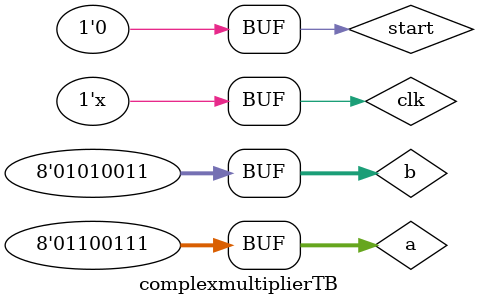
<source format=v>




module complexmult4to4DP(input[7:0] a, b, input init_rst, sela, selb, sel2,rst, clk, ld, ldout, ldu, ldd, mult_start,
		output[15:0] out, output mult_ready);
	wire [7:0] a_out, b_out, mult_out, twos_out, mux_out, add_out, temp_out;
	
	wire [3:0] mux_aout, mux_bout;
	wire cout;
	reg8bit areg(clk, rst, ld, a, a_out);
	reg8bit breg(clk, rst, ld, b, b_out);

	mux4bit2to1 amux(a_out[3:0], a_out[7:4], sela, mux_aout);
	mux4bit2to1 bmux(b_out[3:0], b_out[7:4], selb, mux_bout);
	
	
	multiplier4b mu(.out(mult_out), .ready(mult_ready) , .a(mux_aout), .b(mux_bout), .start(mult_start)
		, .clk(clk), .init_rst(init_rst));
	

	twosComplement twosc(mult_out, twos_out);

	mux8bit2to1 mux8bit(twos_out, mult_out, sel2, mux_out);
	
	adder8bit adder(mux_out, temp_out, add_out, cout);

	reg8bit reg_out(clk, rst, ld_out, add_out, temp_out);

	reg16bit reg_out16(clk, rst, ldu, ldd, temp_out,  out);



endmodule

module complexmult4to4CU(input start, clk, mult_ready, output reg sela, selb, sel2,rst, ld, ldout, ldu, ldd,init_rst, ready, mult_start);
	reg[3:0] ns, ps;
	
	always @(ps, start)begin
		ns = 3'b 000;
		{sela, selb, sel2,rst, ld, ldout, ldu, ldd, ready, mult_start,init_rst} = 11'b 00000000000;
		case(ps)
			4'b 0000: begin ns = start? 4'b 0001: 3'b 0000; ready = 1'b 1; end
			4'b 0001: begin ns = 4'b 0010; rst = 1'b 1; end
			4'b 0010: begin ns = 4'b 0011; ld = 1'b 1; init_rst = 1'b 1; end
			4'b 0011: begin ns = 4'b 0100; {sela, selb, sel2, ldout, mult_start} = 5'b 11011; end
			4'b 0100: begin ns = mult_ready? 4'b 0101: 4'b 0100; end
			4'b 0101: begin ns = 4'b 0110; {sela, selb, sel2, ldout, mult_start} = 5'b 00111; end
			4'b 0110: begin ns = mult_ready? 4'b 0111: 4'b 0110; end
			4'b 0111: begin ns = 4'b 1000; {sela, selb, sel2, ldu, ldout, mult_start} = 6'b 100111; end
			4'b 1000: begin ns = mult_ready? 4'b 1001: 4'b 1000; end
			4'b 1001: begin ns = 4'b 1010; {sela, selb, sel2, ldout, mult_start} = 5'b 01011; end
			4'b 1010:begin ns = mult_ready? 4'b 1011: 4'b 1010; end
			4'b 1011: begin ns = 4'b 0000; ldd = 1'b 1; end
		endcase
	end
	always @(posedge clk) begin
		ps <= ns;
	end

endmodule

module complexmult4to4(input clk, start, input[7:0] a, b, output ready, output[15:0] out);
	wire sela, selb, sel2,rst, ld, ldout, ldu, ldd, mult_start, mult_ready, init_rst;
	complexmult4to4DP dp(a, b,init_rst,sela, selb, sel2,rst, clk, ld, ldout, ldu, ldd, mult_start, out, mult_ready);
	complexmult4to4CU cu(start, clk,mult_ready,sela, selb, sel2,rst, ld, ldout, ldu, ldd,init_rst, ready, mult_start);

endmodule


module complexmultiplierTB();
	reg [7:0] a, b;
	reg clk;
	reg start;
	wire [15:0] out;
	wire finish;

	complexmult4to4 mult8b(clk, start,a, b,  finish, out);

	always @(*) begin
		repeat(5000)
			#5 clk = ~clk;
	end

	initial begin
		clk = 0;
		start = 0;
		a = 8'b0110_0111;
		b = 8'b0101_0011;
		#20 start = 1;
		#20 start = 0;
	end
endmodule

</source>
